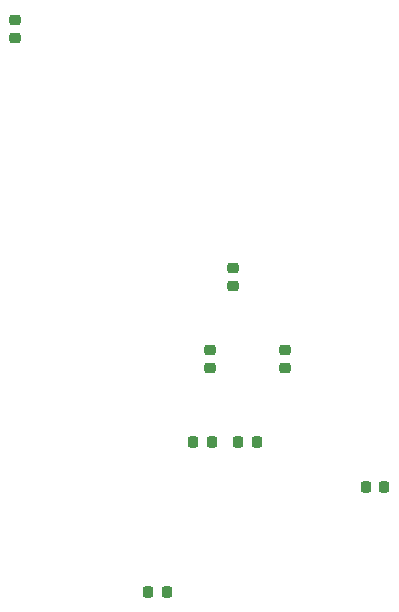
<source format=gbp>
G04 #@! TF.GenerationSoftware,KiCad,Pcbnew,(6.0.0)*
G04 #@! TF.CreationDate,2022-11-09T00:29:18-05:00*
G04 #@! TF.ProjectId,arcade tester controller input,61726361-6465-4207-9465-737465722063,rev?*
G04 #@! TF.SameCoordinates,Original*
G04 #@! TF.FileFunction,Paste,Bot*
G04 #@! TF.FilePolarity,Positive*
%FSLAX46Y46*%
G04 Gerber Fmt 4.6, Leading zero omitted, Abs format (unit mm)*
G04 Created by KiCad (PCBNEW (6.0.0)) date 2022-11-09 00:29:18*
%MOMM*%
%LPD*%
G01*
G04 APERTURE LIST*
G04 Aperture macros list*
%AMRoundRect*
0 Rectangle with rounded corners*
0 $1 Rounding radius*
0 $2 $3 $4 $5 $6 $7 $8 $9 X,Y pos of 4 corners*
0 Add a 4 corners polygon primitive as box body*
4,1,4,$2,$3,$4,$5,$6,$7,$8,$9,$2,$3,0*
0 Add four circle primitives for the rounded corners*
1,1,$1+$1,$2,$3*
1,1,$1+$1,$4,$5*
1,1,$1+$1,$6,$7*
1,1,$1+$1,$8,$9*
0 Add four rect primitives between the rounded corners*
20,1,$1+$1,$2,$3,$4,$5,0*
20,1,$1+$1,$4,$5,$6,$7,0*
20,1,$1+$1,$6,$7,$8,$9,0*
20,1,$1+$1,$8,$9,$2,$3,0*%
G04 Aperture macros list end*
%ADD10RoundRect,0.225000X-0.225000X-0.250000X0.225000X-0.250000X0.225000X0.250000X-0.225000X0.250000X0*%
%ADD11RoundRect,0.225000X-0.250000X0.225000X-0.250000X-0.225000X0.250000X-0.225000X0.250000X0.225000X0*%
%ADD12RoundRect,0.225000X0.250000X-0.225000X0.250000X0.225000X-0.250000X0.225000X-0.250000X-0.225000X0*%
G04 APERTURE END LIST*
D10*
X144640000Y-118745000D03*
X146190000Y-118745000D03*
D11*
X129540000Y-83045000D03*
X129540000Y-84595000D03*
D12*
X147955000Y-105550000D03*
X147955000Y-104000000D03*
D10*
X140830000Y-131445000D03*
X142380000Y-131445000D03*
D12*
X152400000Y-112535000D03*
X152400000Y-110985000D03*
D10*
X148450000Y-118745000D03*
X150000000Y-118745000D03*
X159245000Y-122555000D03*
X160795000Y-122555000D03*
D11*
X146050000Y-110985000D03*
X146050000Y-112535000D03*
M02*

</source>
